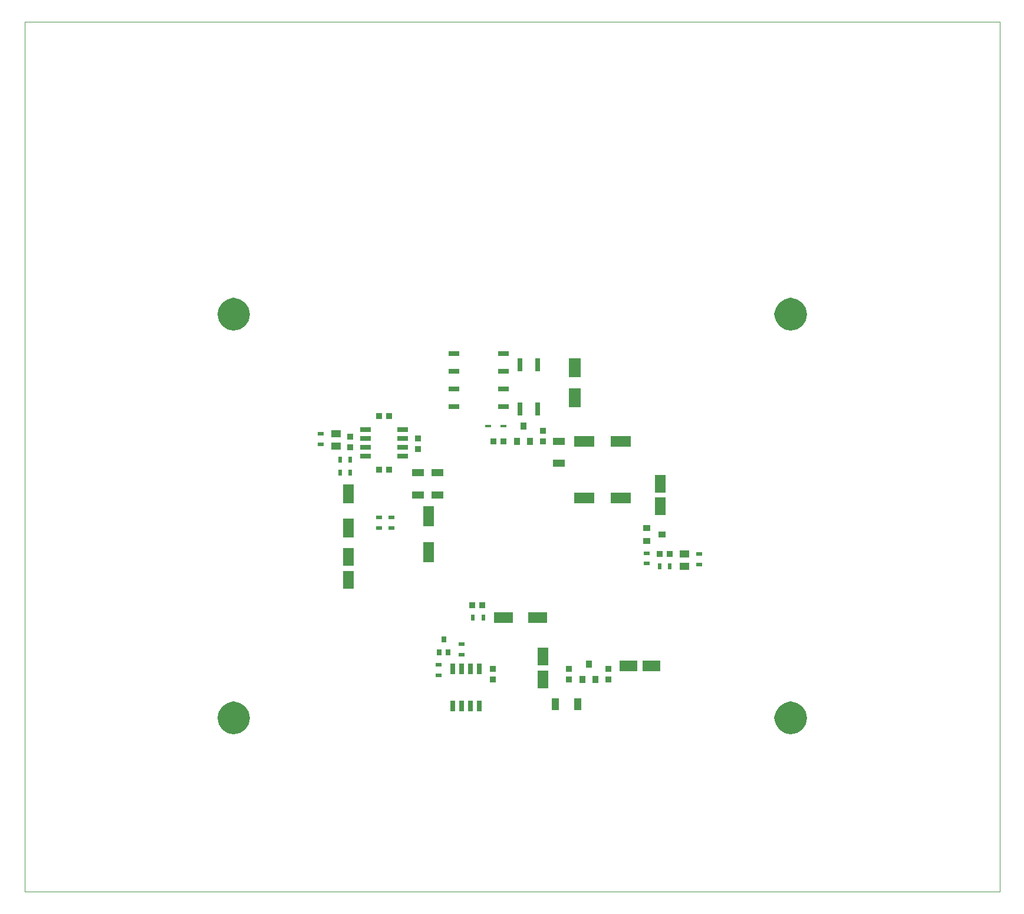
<source format=gtp>
%FSLAX46Y46*%
%MOMM*%
%ADD10C,0.100000*%
%AMPS47*
21,1,1.594948,2.741421,0.000000,0.000000,0.000000*
%
%ADD47PS47*%
%AMPS24*
21,1,1.594948,2.741421,0.000000,0.000000,90.000000*
%
%ADD24PS24*%
%AMPS48*
21,1,1.594948,2.741421,0.000000,0.000000,180.000000*
%
%ADD48PS48*%
%AMPS23*
21,1,1.594948,2.741421,0.000000,0.000000,270.000000*
%
%ADD23PS23*%
%AMPS29*
21,1,1.600000,2.950000,0.000000,0.000000,0.000000*
%
%ADD29PS29*%
%AMPS33*
21,1,1.600000,2.950000,0.000000,0.000000,90.000000*
%
%ADD33PS33*%
%AMPS30*
21,1,1.600000,2.950000,0.000000,0.000000,180.000000*
%
%ADD30PS30*%
%AMPS34*
21,1,1.600000,2.950000,0.000000,0.000000,270.000000*
%
%ADD34PS34*%
%AMPS43*
21,1,0.600000,1.550000,0.000000,0.000000,0.000000*
%
%ADD43PS43*%
%AMPS35*
21,1,0.600000,1.550000,0.000000,0.000000,90.000000*
%
%ADD35PS35*%
%AMPS44*
21,1,0.600000,1.550000,0.000000,0.000000,180.000000*
%
%ADD44PS44*%
%AMPS36*
21,1,0.600000,1.550000,0.000000,0.000000,270.000000*
%
%ADD36PS36*%
%AMPS40*
21,1,1.600000,2.500000,0.000000,0.000000,0.000000*
%
%ADD40PS40*%
%AMPS27*
21,1,1.600000,2.500000,0.000000,0.000000,90.000000*
%
%ADD27PS27*%
%AMPS39*
21,1,1.600000,2.500000,0.000000,0.000000,180.000000*
%
%ADD39PS39*%
%AMPS28*
21,1,1.600000,2.500000,0.000000,0.000000,270.000000*
%
%ADD28PS28*%
%AMPS49*
21,1,0.900000,1.000000,0.000000,0.000000,0.000000*
%
%ADD49PS49*%
%AMPS32*
21,1,0.900000,1.000000,0.000000,0.000000,90.000000*
%
%ADD32PS32*%
%AMPS50*
21,1,0.900000,1.000000,0.000000,0.000000,180.000000*
%
%ADD50PS50*%
%AMPS31*
21,1,0.900000,1.000000,0.000000,0.000000,270.000000*
%
%ADD31PS31*%
%AMPS46*
21,1,1.400000,1.100000,0.000000,0.000000,0.000000*
%
%ADD46PS46*%
%AMPS45*
21,1,1.400000,1.100000,0.000000,0.000000,180.000000*
%
%ADD45PS45*%
%AMPS37*
21,1,0.400000,0.900000,0.000000,0.000000,90.000000*
%
%ADD37PS37*%
%AMPS38*
21,1,0.400000,0.900000,0.000000,0.000000,270.000000*
%
%ADD38PS38*%
%AMPS22*
21,1,0.600000,1.800000,0.000000,0.000000,0.000000*
%
%ADD22PS22*%
%AMPS21*
21,1,0.600000,1.800000,0.000000,0.000000,180.000000*
%
%ADD21PS21*%
%AMPS54*
21,1,0.701421,1.491421,0.000000,0.000000,90.000000*
%
%ADD54PS54*%
%AMPS53*
21,1,0.701421,1.491421,0.000000,0.000000,270.000000*
%
%ADD53PS53*%
%AMPS16*
21,1,0.900000,0.500000,0.000000,0.000000,0.000000*
%
%ADD16PS16*%
%AMPS17*
21,1,0.900000,0.500000,0.000000,0.000000,90.000000*
%
%ADD17PS17*%
%AMPS15*
21,1,0.900000,0.500000,0.000000,0.000000,180.000000*
%
%ADD15PS15*%
%AMPS18*
21,1,0.900000,0.500000,0.000000,0.000000,270.000000*
%
%ADD18PS18*%
%AMPS12*
21,1,1.700000,1.100000,0.000000,0.000000,0.000000*
%
%ADD12PS12*%
%AMPS26*
21,1,1.700000,1.100000,0.000000,0.000000,90.000000*
%
%ADD26PS26*%
%AMPS11*
21,1,1.700000,1.100000,0.000000,0.000000,180.000000*
%
%ADD11PS11*%
%AMPS25*
21,1,1.700000,1.100000,0.000000,0.000000,270.000000*
%
%ADD25PS25*%
%AMPS51*
21,1,0.700000,0.900000,0.000000,0.000000,0.000000*
%
%ADD51PS51*%
%AMPS52*
21,1,0.700000,0.900000,0.000000,0.000000,180.000000*
%
%ADD52PS52*%
%AMPS20*
21,1,0.850000,0.800000,0.000000,0.000000,0.000000*
%
%ADD20PS20*%
%AMPS13*
21,1,0.850000,0.800000,0.000000,0.000000,90.000000*
%
%ADD13PS13*%
%AMPS19*
21,1,0.850000,0.800000,0.000000,0.000000,180.000000*
%
%ADD19PS19*%
%AMPS14*
21,1,0.850000,0.800000,0.000000,0.000000,270.000000*
%
%ADD14PS14*%
%AMPS42*
21,1,1.750000,2.650000,0.000000,0.000000,0.000000*
%
%ADD42PS42*%
%AMPS41*
21,1,1.750000,2.650000,0.000000,0.000000,180.000000*
%
%ADD41PS41*%
G01*
%LPD*%
G36*
X112171116Y25899306D02*
X112350000Y25000000D01*
X112350000Y25000000D01*
X112171116Y24100693D01*
X111661700Y23338299D01*
X110899306Y22828883D01*
X110000000Y22650000D01*
X109100693Y22828883D01*
X108338299Y23338299D01*
X107828883Y24100693D01*
X107650000Y25000000D01*
X107828883Y25899306D01*
X108338299Y26661700D01*
X109100693Y27171116D01*
X110000000Y27350000D01*
X110899306Y27171116D01*
X111661700Y26661700D01*
X112171116Y25899306D01*
D02*
G37*
%LPD*%
G36*
X32171116Y25899306D02*
X32350000Y25000000D01*
X32350000Y25000000D01*
X32171116Y24100693D01*
X31661700Y23338299D01*
X30899306Y22828883D01*
X30000000Y22650000D01*
X29100693Y22828883D01*
X28338299Y23338299D01*
X27828883Y24100693D01*
X27650000Y25000000D01*
X27828883Y25899306D01*
X28338299Y26661700D01*
X29100693Y27171116D01*
X30000000Y27350000D01*
X30899306Y27171116D01*
X31661700Y26661700D01*
X32171116Y25899306D01*
D02*
G37*
%LPD*%
G36*
X32171116Y83899306D02*
X32350000Y83000000D01*
X32350000Y83000000D01*
X32171116Y82100693D01*
X31661700Y81338299D01*
X30899306Y80828883D01*
X30000000Y80650000D01*
X29100693Y80828883D01*
X28338299Y81338299D01*
X27828883Y82100693D01*
X27650000Y83000000D01*
X27828883Y83899306D01*
X28338299Y84661700D01*
X29100693Y85171116D01*
X30000000Y85350000D01*
X30899306Y85171116D01*
X31661700Y84661700D01*
X32171116Y83899306D01*
D02*
G37*
%LPD*%
G36*
X112171116Y83899306D02*
X112350000Y83000000D01*
X112350000Y83000000D01*
X112171116Y82100693D01*
X111661700Y81338299D01*
X110899306Y80828883D01*
X110000000Y80650000D01*
X109100693Y80828883D01*
X108338299Y81338299D01*
X107828883Y82100693D01*
X107650000Y83000000D01*
X107828883Y83899306D01*
X108338299Y84661700D01*
X109100693Y85171116D01*
X110000000Y85350000D01*
X110899306Y85171116D01*
X111661700Y84661700D01*
X112171116Y83899306D01*
D02*
G37*
G01*
%LPD*%
D10*
X140000000Y125000000D02*
X0Y125000000D01*
D10*
X0Y0D02*
X140000000Y0D01*
D10*
X0Y125000000D02*
X0Y0D01*
D10*
X140000000Y0D02*
X140000000Y125000000D01*
G75*
D11*
X76740000Y64750000D03*
D12*
X76740000Y61550000D03*
D13*
X65740000Y41220000D03*
D14*
X64240000Y41220000D03*
D15*
X59410000Y32610000D03*
D16*
X59410000Y31110000D03*
D16*
X89360000Y47160000D03*
D15*
X89360000Y48660000D03*
D16*
X42540000Y64340000D03*
D15*
X42540000Y65840000D03*
D17*
X65880000Y39440000D03*
D18*
X64380000Y39440000D03*
D14*
X50850000Y60620000D03*
D13*
X52350000Y60620000D03*
D19*
X83860000Y32050000D03*
D20*
X83860000Y30550000D03*
D11*
X59300000Y60230000D03*
D12*
X59300000Y57030000D03*
D21*
X71150000Y75700000D03*
D22*
X73650000Y69400000D03*
D22*
X71150000Y69400000D03*
D21*
X73650000Y75700000D03*
D23*
X68750001Y39440000D03*
D24*
X73649999Y39440000D03*
D25*
X76200000Y27000000D03*
D26*
X79400000Y27000000D03*
D18*
X45260000Y60240000D03*
D17*
X46760000Y60240000D03*
D27*
X90040000Y32450000D03*
D28*
X86740000Y32450000D03*
D19*
X78190000Y32050000D03*
D20*
X78190000Y30550000D03*
D29*
X58000000Y48800000D03*
D30*
X58000000Y54000000D03*
D12*
X56470000Y57030000D03*
D11*
X56470000Y60230000D03*
D31*
X89360000Y50410000D03*
D32*
X91560000Y51360000D03*
D31*
X89360000Y52310000D03*
D33*
X85590000Y64750000D03*
D34*
X80390000Y64750000D03*
D35*
X54270000Y66410000D03*
D35*
X54270000Y63860000D03*
D35*
X54270000Y62590000D03*
D36*
X48930000Y62590000D03*
D36*
X48930000Y65140000D03*
D35*
X54270000Y65140000D03*
D36*
X48930000Y66410000D03*
D36*
X48930000Y63860000D03*
D37*
X68775000Y66920000D03*
D38*
X66575000Y66920000D03*
D13*
X52350000Y68380000D03*
D14*
X50850000Y68380000D03*
D39*
X91240000Y58670000D03*
D40*
X91240000Y55370000D03*
D39*
X46500000Y48150000D03*
D40*
X46500000Y44850000D03*
D41*
X78990000Y75290000D03*
D42*
X78990000Y70990000D03*
D17*
X46760000Y62070000D03*
D18*
X45260000Y62070000D03*
D43*
X65250000Y26710000D03*
D43*
X62700000Y26710000D03*
D43*
X61430000Y26710000D03*
D44*
X61430000Y32050000D03*
D44*
X63980000Y32050000D03*
D43*
X63980000Y26710000D03*
D44*
X65250000Y32050000D03*
D44*
X62700000Y32050000D03*
D19*
X74455000Y66250000D03*
D20*
X74455000Y64750000D03*
D14*
X67275000Y64750000D03*
D13*
X68775000Y64750000D03*
D19*
X46760000Y65360000D03*
D20*
X46760000Y63860000D03*
D16*
X96870000Y47030000D03*
D15*
X96870000Y48530000D03*
D20*
X67230000Y30550000D03*
D19*
X67230000Y32050000D03*
D45*
X44670000Y65840000D03*
D46*
X44670000Y64040000D03*
D15*
X62700000Y35590000D03*
D16*
X62700000Y34090000D03*
D15*
X52680000Y53800001D03*
D16*
X52680000Y52300001D03*
D17*
X92650000Y46740000D03*
D18*
X91150000Y46740000D03*
D47*
X46500000Y52300001D03*
D48*
X46500000Y57199999D03*
D20*
X56440000Y63640000D03*
D19*
X56440000Y65140000D03*
D49*
X81970000Y30550000D03*
D50*
X81020000Y32750000D03*
D49*
X80070000Y30550000D03*
D51*
X59520000Y34390000D03*
D51*
X60820000Y34390000D03*
D52*
X60170000Y36290000D03*
D14*
X91150000Y48530000D03*
D13*
X92650000Y48530000D03*
D49*
X72565000Y64750000D03*
D50*
X71615000Y66950000D03*
D49*
X70665000Y64750000D03*
D53*
X61625000Y69690000D03*
D54*
X68775000Y72230000D03*
D54*
X68775000Y77310000D03*
D54*
X68775000Y74770000D03*
D53*
X61625000Y72230000D03*
D53*
X61625000Y77310000D03*
D54*
X68775000Y69690000D03*
D53*
X61625000Y74770000D03*
D39*
X74400000Y33850000D03*
D40*
X74400000Y30550000D03*
D15*
X50850000Y53800001D03*
D16*
X50850000Y52300001D03*
D46*
X94740000Y46740000D03*
D45*
X94740000Y48540000D03*
D33*
X85590000Y56620000D03*
D34*
X80390000Y56620000D03*
M02*

</source>
